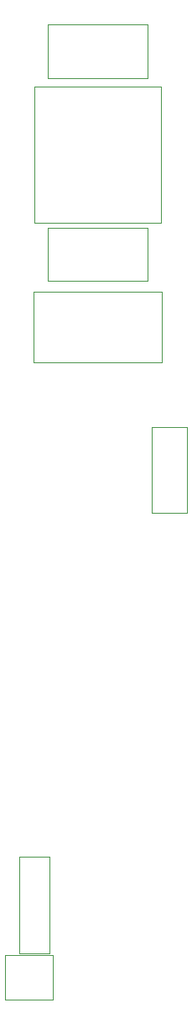
<source format=gbr>
G04 #@! TF.GenerationSoftware,KiCad,Pcbnew,(5.1.5-0-10_14)*
G04 #@! TF.CreationDate,2020-10-09T22:17:27-04:00*
G04 #@! TF.ProjectId,AYOM - VCA Control Board,41594f4d-202d-4205-9643-4120436f6e74,1.1*
G04 #@! TF.SameCoordinates,Original*
G04 #@! TF.FileFunction,Other,User*
%FSLAX46Y46*%
G04 Gerber Fmt 4.6, Leading zero omitted, Abs format (unit mm)*
G04 Created by KiCad (PCBNEW (5.1.5-0-10_14)) date 2020-10-09 22:17:27*
%MOMM*%
%LPD*%
G04 APERTURE LIST*
%ADD10C,0.050000*%
%ADD11C,0.120000*%
G04 APERTURE END LIST*
D10*
X80450000Y-80551000D02*
X90550000Y-80551000D01*
X80450000Y-75151000D02*
X80450000Y-80551000D01*
X90550000Y-75151000D02*
X80450000Y-75151000D01*
X90550000Y-80551000D02*
X90550000Y-75151000D01*
X80450000Y-54704000D02*
X80450000Y-60104000D01*
X80450000Y-60104000D02*
X90550000Y-60104000D01*
X90550000Y-60104000D02*
X90550000Y-54704000D01*
X90550000Y-54704000D02*
X80450000Y-54704000D01*
X91910000Y-74706000D02*
X91910000Y-60956000D01*
X79090000Y-74706000D02*
X91910000Y-74706000D01*
X79090000Y-60956000D02*
X79090000Y-74706000D01*
X91910000Y-60956000D02*
X79090000Y-60956000D01*
X94510000Y-95228000D02*
X94510000Y-103908000D01*
X94510000Y-95228000D02*
X90910000Y-95228000D01*
X90910000Y-103908000D02*
X94510000Y-103908000D01*
X90910000Y-103908000D02*
X90910000Y-95228000D01*
D11*
X92008700Y-81597500D02*
X92008700Y-88773000D01*
X92008700Y-88773000D02*
X79054700Y-88773000D01*
X79054700Y-88773000D02*
X78991200Y-88773000D01*
X78991200Y-88773000D02*
X78991200Y-81597500D01*
X78991200Y-81597500D02*
X92008700Y-81597500D01*
D10*
X80964000Y-152883000D02*
X80964000Y-148383000D01*
X80964000Y-148383000D02*
X76114000Y-148383000D01*
X76114000Y-148383000D02*
X76114000Y-152883000D01*
X76114000Y-152883000D02*
X80964000Y-152883000D01*
X77614000Y-148233000D02*
X80614000Y-148233000D01*
X80614000Y-148233000D02*
X80614000Y-138513000D01*
X80614000Y-138513000D02*
X77614000Y-138513000D01*
X77614000Y-138513000D02*
X77614000Y-148233000D01*
M02*

</source>
